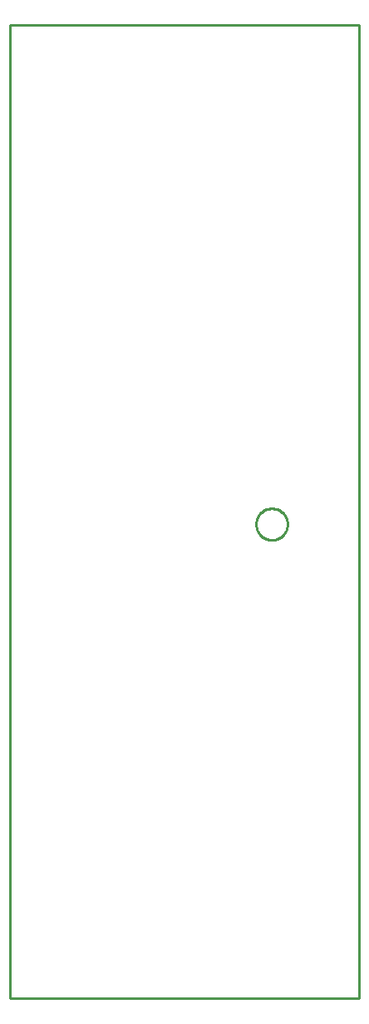
<source format=gbr>
G04 EAGLE Gerber RS-274X export*
G75*
%MOMM*%
%FSLAX34Y34*%
%LPD*%
%IN*%
%IPPOS*%
%AMOC8*
5,1,8,0,0,1.08239X$1,22.5*%
G01*
%ADD10C,0.254000*%


D10*
X0Y0D02*
X355600Y0D01*
X355600Y990600D01*
X0Y990500D01*
X0Y0D01*
X282702Y482076D02*
X282633Y481031D01*
X282497Y479992D01*
X282292Y478964D01*
X282021Y477952D01*
X281684Y476960D01*
X281283Y475992D01*
X280820Y475053D01*
X280296Y474145D01*
X279714Y473274D01*
X279076Y472443D01*
X278386Y471655D01*
X277645Y470914D01*
X276857Y470224D01*
X276026Y469586D01*
X275155Y469004D01*
X274247Y468480D01*
X273308Y468017D01*
X272340Y467616D01*
X271348Y467279D01*
X270336Y467008D01*
X269308Y466803D01*
X268269Y466667D01*
X267224Y466598D01*
X266176Y466598D01*
X265131Y466667D01*
X264092Y466803D01*
X263064Y467008D01*
X262052Y467279D01*
X261060Y467616D01*
X260092Y468017D01*
X259153Y468480D01*
X258245Y469004D01*
X257374Y469586D01*
X256543Y470224D01*
X255755Y470914D01*
X255014Y471655D01*
X254324Y472443D01*
X253686Y473274D01*
X253104Y474145D01*
X252580Y475053D01*
X252117Y475992D01*
X251716Y476960D01*
X251379Y477952D01*
X251108Y478964D01*
X250903Y479992D01*
X250767Y481031D01*
X250698Y482076D01*
X250698Y483124D01*
X250767Y484169D01*
X250903Y485208D01*
X251108Y486236D01*
X251379Y487248D01*
X251716Y488240D01*
X252117Y489208D01*
X252580Y490147D01*
X253104Y491055D01*
X253686Y491926D01*
X254324Y492757D01*
X255014Y493545D01*
X255755Y494286D01*
X256543Y494976D01*
X257374Y495614D01*
X258245Y496196D01*
X259153Y496720D01*
X260092Y497183D01*
X261060Y497584D01*
X262052Y497921D01*
X263064Y498192D01*
X264092Y498397D01*
X265131Y498533D01*
X266176Y498602D01*
X267224Y498602D01*
X268269Y498533D01*
X269308Y498397D01*
X270336Y498192D01*
X271348Y497921D01*
X272340Y497584D01*
X273308Y497183D01*
X274247Y496720D01*
X275155Y496196D01*
X276026Y495614D01*
X276857Y494976D01*
X277645Y494286D01*
X278386Y493545D01*
X279076Y492757D01*
X279714Y491926D01*
X280296Y491055D01*
X280820Y490147D01*
X281283Y489208D01*
X281684Y488240D01*
X282021Y487248D01*
X282292Y486236D01*
X282497Y485208D01*
X282633Y484169D01*
X282702Y483124D01*
X282702Y482076D01*
M02*

</source>
